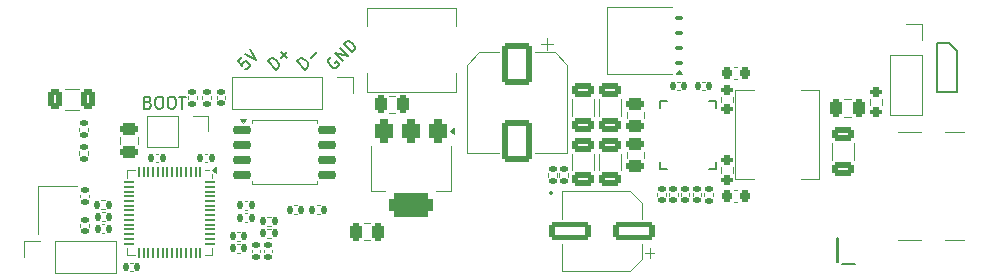
<source format=gbr>
%TF.GenerationSoftware,KiCad,Pcbnew,8.0.3*%
%TF.CreationDate,2024-06-27T20:48:53-04:00*%
%TF.ProjectId,charger-module,63686172-6765-4722-9d6d-6f64756c652e,v0.0.0*%
%TF.SameCoordinates,Original*%
%TF.FileFunction,Legend,Top*%
%TF.FilePolarity,Positive*%
%FSLAX46Y46*%
G04 Gerber Fmt 4.6, Leading zero omitted, Abs format (unit mm)*
G04 Created by KiCad (PCBNEW 8.0.3) date 2024-06-27 20:48:53*
%MOMM*%
%LPD*%
G01*
G04 APERTURE LIST*
G04 Aperture macros list*
%AMRoundRect*
0 Rectangle with rounded corners*
0 $1 Rounding radius*
0 $2 $3 $4 $5 $6 $7 $8 $9 X,Y pos of 4 corners*
0 Add a 4 corners polygon primitive as box body*
4,1,4,$2,$3,$4,$5,$6,$7,$8,$9,$2,$3,0*
0 Add four circle primitives for the rounded corners*
1,1,$1+$1,$2,$3*
1,1,$1+$1,$4,$5*
1,1,$1+$1,$6,$7*
1,1,$1+$1,$8,$9*
0 Add four rect primitives between the rounded corners*
20,1,$1+$1,$2,$3,$4,$5,0*
20,1,$1+$1,$4,$5,$6,$7,0*
20,1,$1+$1,$6,$7,$8,$9,0*
20,1,$1+$1,$8,$9,$2,$3,0*%
%AMFreePoly0*
4,1,5,0.450000,-0.150000,-0.450000,-0.150000,-0.450000,0.150000,0.450000,0.150000,0.450000,-0.150000,0.450000,-0.150000,$1*%
%AMFreePoly1*
4,1,5,0.150000,-0.475000,-0.150000,-0.475000,-0.150000,0.475000,0.150000,0.475000,0.150000,-0.475000,0.150000,-0.475000,$1*%
G04 Aperture macros list end*
%ADD10C,0.150000*%
%ADD11C,0.120000*%
%ADD12C,0.200000*%
%ADD13RoundRect,0.140000X-0.140000X-0.170000X0.140000X-0.170000X0.140000X0.170000X-0.140000X0.170000X0*%
%ADD14C,0.650000*%
%ADD15R,1.150000X0.300000*%
%ADD16O,2.100000X1.000000*%
%ADD17O,1.600000X1.000000*%
%ADD18RoundRect,0.200000X0.275000X-0.200000X0.275000X0.200000X-0.275000X0.200000X-0.275000X-0.200000X0*%
%ADD19RoundRect,0.250000X-0.650000X0.325000X-0.650000X-0.325000X0.650000X-0.325000X0.650000X0.325000X0*%
%ADD20RoundRect,0.135000X-0.185000X0.135000X-0.185000X-0.135000X0.185000X-0.135000X0.185000X0.135000X0*%
%ADD21RoundRect,0.140000X0.140000X0.170000X-0.140000X0.170000X-0.140000X-0.170000X0.140000X-0.170000X0*%
%ADD22R,3.500000X2.350000*%
%ADD23RoundRect,0.135000X0.185000X-0.135000X0.185000X0.135000X-0.185000X0.135000X-0.185000X-0.135000X0*%
%ADD24RoundRect,0.250000X-0.475000X0.250000X-0.475000X-0.250000X0.475000X-0.250000X0.475000X0.250000X0*%
%ADD25RoundRect,0.140000X-0.170000X0.140000X-0.170000X-0.140000X0.170000X-0.140000X0.170000X0.140000X0*%
%ADD26RoundRect,0.250000X1.500000X0.550000X-1.500000X0.550000X-1.500000X-0.550000X1.500000X-0.550000X0*%
%ADD27RoundRect,0.140000X0.170000X-0.140000X0.170000X0.140000X-0.170000X0.140000X-0.170000X-0.140000X0*%
%ADD28RoundRect,0.375000X-0.375000X0.625000X-0.375000X-0.625000X0.375000X-0.625000X0.375000X0.625000X0*%
%ADD29RoundRect,0.500000X-1.400000X0.500000X-1.400000X-0.500000X1.400000X-0.500000X1.400000X0.500000X0*%
%ADD30R,1.700000X1.700000*%
%ADD31O,1.700000X1.700000*%
%ADD32RoundRect,0.250000X-0.250000X-0.475000X0.250000X-0.475000X0.250000X0.475000X-0.250000X0.475000X0*%
%ADD33RoundRect,0.250000X0.475000X-0.250000X0.475000X0.250000X-0.475000X0.250000X-0.475000X-0.250000X0*%
%ADD34RoundRect,0.250000X0.250000X0.475000X-0.250000X0.475000X-0.250000X-0.475000X0.250000X-0.475000X0*%
%ADD35R,4.300000X0.700000*%
%ADD36R,3.200000X0.700000*%
%ADD37RoundRect,0.250000X0.650000X-0.325000X0.650000X0.325000X-0.650000X0.325000X-0.650000X-0.325000X0*%
%ADD38R,2.100000X0.300000*%
%ADD39R,2.100000X0.400000*%
%ADD40FreePoly0,0.000000*%
%ADD41FreePoly1,0.000000*%
%ADD42R,0.250000X0.950000*%
%ADD43R,1.300000X0.300000*%
%ADD44RoundRect,0.250000X0.375000X0.625000X-0.375000X0.625000X-0.375000X-0.625000X0.375000X-0.625000X0*%
%ADD45RoundRect,0.250000X-1.000000X1.500000X-1.000000X-1.500000X1.000000X-1.500000X1.000000X1.500000X0*%
%ADD46RoundRect,0.050000X-0.050000X0.387500X-0.050000X-0.387500X0.050000X-0.387500X0.050000X0.387500X0*%
%ADD47RoundRect,0.050000X-0.387500X0.050000X-0.387500X-0.050000X0.387500X-0.050000X0.387500X0.050000X0*%
%ADD48R,3.200000X3.200000*%
%ADD49R,1.200000X1.400000*%
%ADD50RoundRect,0.102500X0.257500X0.102500X-0.257500X0.102500X-0.257500X-0.102500X0.257500X-0.102500X0*%
%ADD51R,0.510000X0.585000*%
%ADD52R,3.990000X3.960000*%
%ADD53R,0.410000X0.470000*%
%ADD54RoundRect,0.135000X-0.135000X-0.185000X0.135000X-0.185000X0.135000X0.185000X-0.135000X0.185000X0*%
%ADD55R,0.800000X0.750000*%
%ADD56R,0.800000X0.600000*%
%ADD57R,0.800000X0.400000*%
%ADD58R,0.800000X0.800000*%
%ADD59RoundRect,0.225000X0.225000X0.250000X-0.225000X0.250000X-0.225000X-0.250000X0.225000X-0.250000X0*%
%ADD60C,6.000000*%
%ADD61RoundRect,0.135000X0.135000X0.185000X-0.135000X0.185000X-0.135000X-0.185000X0.135000X-0.185000X0*%
%ADD62R,5.100000X3.500000*%
%ADD63RoundRect,0.150000X-0.650000X-0.150000X0.650000X-0.150000X0.650000X0.150000X-0.650000X0.150000X0*%
%ADD64RoundRect,0.225000X-0.225000X-0.250000X0.225000X-0.250000X0.225000X0.250000X-0.225000X0.250000X0*%
%ADD65R,1.050000X0.400000*%
%ADD66R,2.350000X3.500000*%
G04 APERTURE END LIST*
D10*
X19820112Y-9946009D02*
X19962969Y-9993628D01*
X19962969Y-9993628D02*
X20010588Y-10041247D01*
X20010588Y-10041247D02*
X20058207Y-10136485D01*
X20058207Y-10136485D02*
X20058207Y-10279342D01*
X20058207Y-10279342D02*
X20010588Y-10374580D01*
X20010588Y-10374580D02*
X19962969Y-10422200D01*
X19962969Y-10422200D02*
X19867731Y-10469819D01*
X19867731Y-10469819D02*
X19486779Y-10469819D01*
X19486779Y-10469819D02*
X19486779Y-9469819D01*
X19486779Y-9469819D02*
X19820112Y-9469819D01*
X19820112Y-9469819D02*
X19915350Y-9517438D01*
X19915350Y-9517438D02*
X19962969Y-9565057D01*
X19962969Y-9565057D02*
X20010588Y-9660295D01*
X20010588Y-9660295D02*
X20010588Y-9755533D01*
X20010588Y-9755533D02*
X19962969Y-9850771D01*
X19962969Y-9850771D02*
X19915350Y-9898390D01*
X19915350Y-9898390D02*
X19820112Y-9946009D01*
X19820112Y-9946009D02*
X19486779Y-9946009D01*
X20677255Y-9469819D02*
X20867731Y-9469819D01*
X20867731Y-9469819D02*
X20962969Y-9517438D01*
X20962969Y-9517438D02*
X21058207Y-9612676D01*
X21058207Y-9612676D02*
X21105826Y-9803152D01*
X21105826Y-9803152D02*
X21105826Y-10136485D01*
X21105826Y-10136485D02*
X21058207Y-10326961D01*
X21058207Y-10326961D02*
X20962969Y-10422200D01*
X20962969Y-10422200D02*
X20867731Y-10469819D01*
X20867731Y-10469819D02*
X20677255Y-10469819D01*
X20677255Y-10469819D02*
X20582017Y-10422200D01*
X20582017Y-10422200D02*
X20486779Y-10326961D01*
X20486779Y-10326961D02*
X20439160Y-10136485D01*
X20439160Y-10136485D02*
X20439160Y-9803152D01*
X20439160Y-9803152D02*
X20486779Y-9612676D01*
X20486779Y-9612676D02*
X20582017Y-9517438D01*
X20582017Y-9517438D02*
X20677255Y-9469819D01*
X21724874Y-9469819D02*
X21915350Y-9469819D01*
X21915350Y-9469819D02*
X22010588Y-9517438D01*
X22010588Y-9517438D02*
X22105826Y-9612676D01*
X22105826Y-9612676D02*
X22153445Y-9803152D01*
X22153445Y-9803152D02*
X22153445Y-10136485D01*
X22153445Y-10136485D02*
X22105826Y-10326961D01*
X22105826Y-10326961D02*
X22010588Y-10422200D01*
X22010588Y-10422200D02*
X21915350Y-10469819D01*
X21915350Y-10469819D02*
X21724874Y-10469819D01*
X21724874Y-10469819D02*
X21629636Y-10422200D01*
X21629636Y-10422200D02*
X21534398Y-10326961D01*
X21534398Y-10326961D02*
X21486779Y-10136485D01*
X21486779Y-10136485D02*
X21486779Y-9803152D01*
X21486779Y-9803152D02*
X21534398Y-9612676D01*
X21534398Y-9612676D02*
X21629636Y-9517438D01*
X21629636Y-9517438D02*
X21724874Y-9469819D01*
X22439160Y-9469819D02*
X23010588Y-9469819D01*
X22724874Y-10469819D02*
X22724874Y-9469819D01*
X35343041Y-6125984D02*
X35242026Y-6159656D01*
X35242026Y-6159656D02*
X35141010Y-6260671D01*
X35141010Y-6260671D02*
X35073667Y-6395358D01*
X35073667Y-6395358D02*
X35073667Y-6530046D01*
X35073667Y-6530046D02*
X35107339Y-6631061D01*
X35107339Y-6631061D02*
X35208354Y-6799420D01*
X35208354Y-6799420D02*
X35309369Y-6900435D01*
X35309369Y-6900435D02*
X35477728Y-7001450D01*
X35477728Y-7001450D02*
X35578743Y-7035122D01*
X35578743Y-7035122D02*
X35713430Y-7035122D01*
X35713430Y-7035122D02*
X35848117Y-6967778D01*
X35848117Y-6967778D02*
X35915461Y-6900435D01*
X35915461Y-6900435D02*
X35982804Y-6765748D01*
X35982804Y-6765748D02*
X35982804Y-6698404D01*
X35982804Y-6698404D02*
X35747102Y-6462702D01*
X35747102Y-6462702D02*
X35612415Y-6597389D01*
X36353193Y-6462702D02*
X35646087Y-5755595D01*
X35646087Y-5755595D02*
X36757254Y-6058641D01*
X36757254Y-6058641D02*
X36050148Y-5351534D01*
X37093972Y-5721924D02*
X36386865Y-5014817D01*
X36386865Y-5014817D02*
X36555224Y-4846458D01*
X36555224Y-4846458D02*
X36689911Y-4779114D01*
X36689911Y-4779114D02*
X36824598Y-4779114D01*
X36824598Y-4779114D02*
X36925613Y-4812786D01*
X36925613Y-4812786D02*
X37093972Y-4913801D01*
X37093972Y-4913801D02*
X37194987Y-5014817D01*
X37194987Y-5014817D02*
X37296002Y-5183175D01*
X37296002Y-5183175D02*
X37329674Y-5284191D01*
X37329674Y-5284191D02*
X37329674Y-5418878D01*
X37329674Y-5418878D02*
X37262331Y-5553565D01*
X37262331Y-5553565D02*
X37093972Y-5721924D01*
X30646087Y-7169809D02*
X29938980Y-6462702D01*
X29938980Y-6462702D02*
X30107339Y-6294343D01*
X30107339Y-6294343D02*
X30242026Y-6227000D01*
X30242026Y-6227000D02*
X30376713Y-6227000D01*
X30376713Y-6227000D02*
X30477728Y-6260671D01*
X30477728Y-6260671D02*
X30646087Y-6361687D01*
X30646087Y-6361687D02*
X30747102Y-6462702D01*
X30747102Y-6462702D02*
X30848117Y-6631061D01*
X30848117Y-6631061D02*
X30881789Y-6732076D01*
X30881789Y-6732076D02*
X30881789Y-6866763D01*
X30881789Y-6866763D02*
X30814445Y-7001450D01*
X30814445Y-7001450D02*
X30646087Y-7169809D01*
X31083819Y-6193328D02*
X31622567Y-5654580D01*
X31622567Y-6193328D02*
X31083819Y-5654580D01*
X27775697Y-6125984D02*
X27438980Y-6462702D01*
X27438980Y-6462702D02*
X27742026Y-6833091D01*
X27742026Y-6833091D02*
X27742026Y-6765748D01*
X27742026Y-6765748D02*
X27775697Y-6664733D01*
X27775697Y-6664733D02*
X27944056Y-6496374D01*
X27944056Y-6496374D02*
X28045071Y-6462702D01*
X28045071Y-6462702D02*
X28112415Y-6462702D01*
X28112415Y-6462702D02*
X28213430Y-6496374D01*
X28213430Y-6496374D02*
X28381789Y-6664733D01*
X28381789Y-6664733D02*
X28415461Y-6765748D01*
X28415461Y-6765748D02*
X28415461Y-6833091D01*
X28415461Y-6833091D02*
X28381789Y-6934107D01*
X28381789Y-6934107D02*
X28213430Y-7102465D01*
X28213430Y-7102465D02*
X28112415Y-7136137D01*
X28112415Y-7136137D02*
X28045071Y-7136137D01*
X28011400Y-5890282D02*
X28954209Y-6361687D01*
X28954209Y-6361687D02*
X28482804Y-5418878D01*
X33146087Y-7169809D02*
X32438980Y-6462702D01*
X32438980Y-6462702D02*
X32607339Y-6294343D01*
X32607339Y-6294343D02*
X32742026Y-6227000D01*
X32742026Y-6227000D02*
X32876713Y-6227000D01*
X32876713Y-6227000D02*
X32977728Y-6260671D01*
X32977728Y-6260671D02*
X33146087Y-6361687D01*
X33146087Y-6361687D02*
X33247102Y-6462702D01*
X33247102Y-6462702D02*
X33348117Y-6631061D01*
X33348117Y-6631061D02*
X33381789Y-6732076D01*
X33381789Y-6732076D02*
X33381789Y-6866763D01*
X33381789Y-6866763D02*
X33314445Y-7001450D01*
X33314445Y-7001450D02*
X33146087Y-7169809D01*
X33583819Y-6193328D02*
X34122567Y-5654580D01*
D11*
%TO.C,C1*%
X66752164Y-8180000D02*
X66967836Y-8180000D01*
X66752164Y-8900000D02*
X66967836Y-8900000D01*
%TO.C,J3*%
X83350000Y-21580000D02*
X85270000Y-21580000D01*
X85270000Y-12420000D02*
X83350000Y-12420000D01*
X87280000Y-12420000D02*
X88875000Y-12420000D01*
X88875000Y-21580000D02*
X87280000Y-21580000D01*
%TO.C,R7*%
X80947500Y-10167258D02*
X80947500Y-9692742D01*
X81992500Y-10167258D02*
X81992500Y-9692742D01*
%TO.C,C5*%
X55730000Y-9688748D02*
X55730000Y-11111252D01*
X57550000Y-9688748D02*
X57550000Y-11111252D01*
%TO.C,R8*%
X23200000Y-9386359D02*
X23200000Y-9693641D01*
X23960000Y-9386359D02*
X23960000Y-9693641D01*
%TO.C,C34*%
X16137836Y-19250000D02*
X15922164Y-19250000D01*
X16137836Y-19970000D02*
X15922164Y-19970000D01*
%TO.C,L2*%
X69550000Y-8930000D02*
X69550000Y-16450000D01*
X69550000Y-8930000D02*
X71100000Y-8930000D01*
X69550000Y-16450000D02*
X71100000Y-16450000D01*
X76670000Y-8930000D02*
X75120000Y-8930000D01*
X76670000Y-8930000D02*
X76670000Y-16450000D01*
X76670000Y-16450000D02*
X75120000Y-16450000D01*
%TO.C,R16*%
X53700000Y-16233641D02*
X53700000Y-15926359D01*
X54460000Y-16233641D02*
X54460000Y-15926359D01*
%TO.C,C6*%
X60335000Y-10738748D02*
X60335000Y-11261252D01*
X61805000Y-10738748D02*
X61805000Y-11261252D01*
%TO.C,C22*%
X14090000Y-20242164D02*
X14090000Y-20457836D01*
X14810000Y-20242164D02*
X14810000Y-20457836D01*
%TO.C,C18*%
X65940000Y-17642164D02*
X65940000Y-17857836D01*
X66660000Y-17642164D02*
X66660000Y-17857836D01*
%TO.C,R1*%
X66920000Y-17596359D02*
X66920000Y-17903641D01*
X67680000Y-17596359D02*
X67680000Y-17903641D01*
%TO.C,C15*%
X54840000Y-17440000D02*
X54840000Y-19790000D01*
X54840000Y-24260000D02*
X54840000Y-21910000D01*
X60595563Y-17440000D02*
X54840000Y-17440000D01*
X60595563Y-24260000D02*
X54840000Y-24260000D01*
X61660000Y-18504437D02*
X60595563Y-17440000D01*
X61660000Y-18504437D02*
X61660000Y-19790000D01*
X61660000Y-23195563D02*
X60595563Y-24260000D01*
X61660000Y-23195563D02*
X61660000Y-21910000D01*
X62293750Y-23091250D02*
X62293750Y-22303750D01*
X62687500Y-22697500D02*
X61900000Y-22697500D01*
%TO.C,C36*%
X29615000Y-22632836D02*
X29615000Y-22417164D01*
X30335000Y-22632836D02*
X30335000Y-22417164D01*
%TO.C,U2*%
X38660000Y-13660000D02*
X38660000Y-17420000D01*
X38660000Y-17420000D02*
X39920000Y-17420000D01*
X45480000Y-13660000D02*
X45480000Y-17420000D01*
X45480000Y-17420000D02*
X44220000Y-17420000D01*
X45710000Y-12620000D02*
X45380000Y-12380000D01*
X45710000Y-12140000D01*
X45710000Y-12620000D01*
G36*
X45710000Y-12620000D02*
G01*
X45380000Y-12380000D01*
X45710000Y-12140000D01*
X45710000Y-12620000D01*
G37*
%TO.C,R3*%
X68307500Y-9947258D02*
X68307500Y-9472742D01*
X69352500Y-9947258D02*
X69352500Y-9472742D01*
%TO.C,C30*%
X27362164Y-21940000D02*
X27577836Y-21940000D01*
X27362164Y-22660000D02*
X27577836Y-22660000D01*
%TO.C,C26*%
X28017164Y-18315000D02*
X28232836Y-18315000D01*
X28017164Y-19035000D02*
X28232836Y-19035000D01*
%TO.C,C29*%
X28017164Y-19340000D02*
X28232836Y-19340000D01*
X28017164Y-20060000D02*
X28232836Y-20060000D01*
%TO.C,J6*%
X9340000Y-21700000D02*
X10670000Y-21700000D01*
X9340000Y-23030000D02*
X9340000Y-21700000D01*
X11940000Y-21700000D02*
X17080000Y-21700000D01*
X11940000Y-24360000D02*
X11940000Y-21700000D01*
X11940000Y-24360000D02*
X17080000Y-24360000D01*
X17080000Y-24360000D02*
X17080000Y-21700000D01*
%TO.C,C27*%
X16132836Y-20270000D02*
X15917164Y-20270000D01*
X16132836Y-20990000D02*
X15917164Y-20990000D01*
%TO.C,C23*%
X40208748Y-9375000D02*
X40731252Y-9375000D01*
X40208748Y-10845000D02*
X40731252Y-10845000D01*
%TO.C,R15*%
X54640000Y-16233641D02*
X54640000Y-15926359D01*
X55400000Y-16233641D02*
X55400000Y-15926359D01*
%TO.C,R13*%
X14000000Y-12086359D02*
X14000000Y-12393641D01*
X14760000Y-12086359D02*
X14760000Y-12393641D01*
%TO.C,C31*%
X24617164Y-14315000D02*
X24832836Y-14315000D01*
X24617164Y-15035000D02*
X24832836Y-15035000D01*
%TO.C,C13*%
X60335000Y-14661252D02*
X60335000Y-14138748D01*
X61805000Y-14661252D02*
X61805000Y-14138748D01*
%TO.C,C20*%
X79301252Y-9685000D02*
X78778748Y-9685000D01*
X79301252Y-11155000D02*
X78778748Y-11155000D01*
%TO.C,J2*%
X82670000Y-5910000D02*
X82670000Y-11050000D01*
X82670000Y-5910000D02*
X85330000Y-5910000D01*
X82670000Y-11050000D02*
X85330000Y-11050000D01*
X84000000Y-3310000D02*
X85330000Y-3310000D01*
X85330000Y-3310000D02*
X85330000Y-4640000D01*
X85330000Y-5910000D02*
X85330000Y-11050000D01*
%TO.C,C14*%
X77740000Y-13378748D02*
X77740000Y-14801252D01*
X79560000Y-13378748D02*
X79560000Y-14801252D01*
%TO.C,C16*%
X64940000Y-17642164D02*
X64940000Y-17857836D01*
X65660000Y-17642164D02*
X65660000Y-17857836D01*
%TO.C,C10*%
X55730000Y-15711252D02*
X55730000Y-14288748D01*
X57550000Y-15711252D02*
X57550000Y-14288748D01*
D10*
%TO.C,U1*%
X63150000Y-9810000D02*
X63150000Y-10410000D01*
X63150000Y-9810000D02*
X63750000Y-9810000D01*
X63150000Y-15560000D02*
X63150000Y-14960000D01*
X63150000Y-15560000D02*
X63750000Y-15560000D01*
X67950000Y-9810000D02*
X67350000Y-9810000D01*
X67950000Y-9810000D02*
X67950000Y-10410000D01*
X67950000Y-15560000D02*
X67350000Y-15560000D01*
X67950000Y-15560000D02*
X67950000Y-14960000D01*
D11*
%TO.C,F1*%
X13972064Y-8790000D02*
X12767936Y-8790000D01*
X13972064Y-10610000D02*
X12767936Y-10610000D01*
%TO.C,C17*%
X63940000Y-17642164D02*
X63940000Y-17857836D01*
X64660000Y-17642164D02*
X64660000Y-17857836D01*
%TO.C,C12*%
X58030000Y-15711252D02*
X58030000Y-14288748D01*
X59850000Y-15711252D02*
X59850000Y-14288748D01*
%TO.C,C37*%
X17465000Y-13436252D02*
X17465000Y-12913748D01*
X18935000Y-13436252D02*
X18935000Y-12913748D01*
%TO.C,C19*%
X62940000Y-17642164D02*
X62940000Y-17857836D01*
X63660000Y-17642164D02*
X63660000Y-17857836D01*
%TO.C,C2*%
X64847836Y-8180000D02*
X64632164Y-8180000D01*
X64847836Y-8900000D02*
X64632164Y-8900000D01*
%TO.C,C3*%
X46810000Y-6784437D02*
X46810000Y-14240000D01*
X46810000Y-14240000D02*
X49560000Y-14240000D01*
X47874437Y-5720000D02*
X46810000Y-6784437D01*
X47874437Y-5720000D02*
X49560000Y-5720000D01*
X53580000Y-4480000D02*
X53580000Y-5480000D01*
X54080000Y-4980000D02*
X53080000Y-4980000D01*
X54265563Y-5720000D02*
X52580000Y-5720000D01*
X54265563Y-5720000D02*
X55330000Y-6784437D01*
X55330000Y-6784437D02*
X55330000Y-14240000D01*
X55330000Y-14240000D02*
X52580000Y-14240000D01*
%TO.C,U4*%
X18040000Y-15690000D02*
X18690000Y-15690000D01*
X18040000Y-16340000D02*
X18040000Y-15690000D01*
X18040000Y-22260000D02*
X18040000Y-22910000D01*
X18040000Y-22910000D02*
X18690000Y-22910000D01*
X24610000Y-15690000D02*
X25020000Y-15690000D01*
X25260000Y-16340000D02*
X25260000Y-15990000D01*
X25260000Y-22260000D02*
X25260000Y-22910000D01*
X25260000Y-22910000D02*
X24610000Y-22910000D01*
X25590000Y-15930000D02*
X25260000Y-15690000D01*
X25590000Y-15450000D01*
X25590000Y-15930000D01*
G36*
X25590000Y-15930000D02*
G01*
X25260000Y-15690000D01*
X25590000Y-15450000D01*
X25590000Y-15930000D01*
G37*
%TO.C,Y1*%
X10500000Y-17050000D02*
X10500000Y-21050000D01*
X13800000Y-17050000D02*
X10500000Y-17050000D01*
%TO.C,C24*%
X38611252Y-20165000D02*
X38088748Y-20165000D01*
X38611252Y-21635000D02*
X38088748Y-21635000D01*
%TO.C,R9*%
X24400000Y-9386359D02*
X24400000Y-9693641D01*
X25160000Y-9386359D02*
X25160000Y-9693641D01*
%TO.C,Q1*%
X58685000Y-7515000D02*
X58685000Y-1865000D01*
X64220000Y-1865000D02*
X58685000Y-1865000D01*
X64220000Y-7515000D02*
X58685000Y-7515000D01*
X65010000Y-7520000D02*
X64530000Y-7520000D01*
X64770000Y-7190000D01*
X65010000Y-7520000D01*
G36*
X65010000Y-7520000D02*
G01*
X64530000Y-7520000D01*
X64770000Y-7190000D01*
X65010000Y-7520000D01*
G37*
%TO.C,R4*%
X34096359Y-18645000D02*
X34403641Y-18645000D01*
X34096359Y-19405000D02*
X34403641Y-19405000D01*
%TO.C,R6*%
X68307500Y-15897258D02*
X68307500Y-15422742D01*
X69352500Y-15897258D02*
X69352500Y-15422742D01*
D10*
%TO.C,D2*%
X86650000Y-4900000D02*
X87650000Y-4900000D01*
X86650000Y-9100000D02*
X86650000Y-4900000D01*
X88350000Y-5600000D02*
X87650000Y-4900000D01*
X88350000Y-5600000D02*
X88350000Y-9100000D01*
X88350000Y-9100000D02*
X86650000Y-9100000D01*
D11*
%TO.C,C11*%
X69720580Y-17360000D02*
X69439420Y-17360000D01*
X69720580Y-18380000D02*
X69439420Y-18380000D01*
%TO.C,C4*%
X58030000Y-9688748D02*
X58030000Y-11111252D01*
X59850000Y-9688748D02*
X59850000Y-11111252D01*
%TO.C,C32*%
X18547836Y-23540000D02*
X18332164Y-23540000D01*
X18547836Y-24260000D02*
X18332164Y-24260000D01*
%TO.C,J4*%
X19730000Y-11070000D02*
X19730000Y-13730000D01*
X22330000Y-11070000D02*
X19730000Y-11070000D01*
X22330000Y-11070000D02*
X22330000Y-13730000D01*
X22330000Y-13730000D02*
X19730000Y-13730000D01*
X23600000Y-11070000D02*
X24930000Y-11070000D01*
X24930000Y-11070000D02*
X24930000Y-12400000D01*
%TO.C,R12*%
X30228641Y-20645000D02*
X29921359Y-20645000D01*
X30228641Y-21405000D02*
X29921359Y-21405000D01*
%TO.C,C28*%
X27362164Y-20940000D02*
X27577836Y-20940000D01*
X27362164Y-21660000D02*
X27577836Y-21660000D01*
D12*
%TO.C,R2*%
X54069930Y-17625000D02*
G75*
G02*
X53838070Y-17625000I-115930J0D01*
G01*
X53838070Y-17625000D02*
G75*
G02*
X54069930Y-17625000I115930J0D01*
G01*
D11*
%TO.C,C35*%
X28590000Y-22632836D02*
X28590000Y-22417164D01*
X29310000Y-22632836D02*
X29310000Y-22417164D01*
%TO.C,J5*%
X26900000Y-7840000D02*
X26900000Y-10500000D01*
X34580000Y-7840000D02*
X26900000Y-7840000D01*
X34580000Y-7840000D02*
X34580000Y-10500000D01*
X34580000Y-10500000D02*
X26900000Y-10500000D01*
X35850000Y-7840000D02*
X37180000Y-7840000D01*
X37180000Y-7840000D02*
X37180000Y-9170000D01*
%TO.C,U3*%
X28650000Y-11450000D02*
X28650000Y-11710000D01*
X28650000Y-16900000D02*
X28650000Y-16640000D01*
X31375000Y-11450000D02*
X28650000Y-11450000D01*
X31375000Y-11450000D02*
X34100000Y-11450000D01*
X31375000Y-16900000D02*
X28650000Y-16900000D01*
X31375000Y-16900000D02*
X34100000Y-16900000D01*
X34100000Y-11450000D02*
X34100000Y-11710000D01*
X34100000Y-16900000D02*
X34100000Y-16640000D01*
X27867500Y-11710000D02*
X27627500Y-11380000D01*
X28107500Y-11380000D01*
X27867500Y-11710000D01*
G36*
X27867500Y-11710000D02*
G01*
X27627500Y-11380000D01*
X28107500Y-11380000D01*
X27867500Y-11710000D01*
G37*
%TO.C,R11*%
X30228641Y-19620000D02*
X29921359Y-19620000D01*
X30228641Y-20380000D02*
X29921359Y-20380000D01*
%TO.C,R14*%
X14000000Y-14056359D02*
X14000000Y-14363641D01*
X14760000Y-14056359D02*
X14760000Y-14363641D01*
%TO.C,C25*%
X25620000Y-9647836D02*
X25620000Y-9432164D01*
X26340000Y-9647836D02*
X26340000Y-9432164D01*
%TO.C,C7*%
X69439420Y-6990000D02*
X69720580Y-6990000D01*
X69439420Y-8010000D02*
X69720580Y-8010000D01*
%TO.C,C8*%
X32192164Y-18665000D02*
X32407836Y-18665000D01*
X32192164Y-19385000D02*
X32407836Y-19385000D01*
D12*
%TO.C,D1*%
X78115000Y-21440000D02*
X78265000Y-21440000D01*
X78115000Y-23440000D02*
X78115000Y-21440000D01*
X78265000Y-21440000D02*
X78265000Y-23440000D01*
X78265000Y-23440000D02*
X78115000Y-23440000D01*
X79665000Y-23640000D02*
X78615000Y-23640000D01*
D11*
%TO.C,L1*%
X38390000Y-1920000D02*
X38390000Y-3470000D01*
X38390000Y-1920000D02*
X45910000Y-1920000D01*
X38390000Y-9040000D02*
X38390000Y-7490000D01*
X38390000Y-9040000D02*
X45910000Y-9040000D01*
X45910000Y-1920000D02*
X45910000Y-3470000D01*
X45910000Y-9040000D02*
X45910000Y-7490000D01*
%TO.C,R10*%
X16183641Y-18220000D02*
X15876359Y-18220000D01*
X16183641Y-18980000D02*
X15876359Y-18980000D01*
%TO.C,C33*%
X20462164Y-14315000D02*
X20677836Y-14315000D01*
X20462164Y-15035000D02*
X20677836Y-15035000D01*
%TO.C,C21*%
X14090000Y-17982836D02*
X14090000Y-17767164D01*
X14810000Y-17982836D02*
X14810000Y-17767164D01*
%TD*%
%LPC*%
D13*
%TO.C,C1*%
X66380000Y-8540000D03*
X67340000Y-8540000D03*
%TD*%
D14*
%TO.C,J3*%
X82595000Y-19890000D03*
X82595000Y-14110000D03*
D15*
X81530000Y-20350000D03*
X81530000Y-19550000D03*
X81530000Y-18250000D03*
X81530000Y-17250000D03*
X81530000Y-16750000D03*
X81530000Y-15750000D03*
X81530000Y-14450000D03*
X81530000Y-13650000D03*
X81530000Y-13950000D03*
X81530000Y-14750000D03*
X81530000Y-15250000D03*
X81530000Y-16250000D03*
X81530000Y-17750000D03*
X81530000Y-18750000D03*
X81530000Y-19250000D03*
X81530000Y-20050000D03*
D16*
X82095000Y-21320000D03*
D17*
X86275000Y-21320000D03*
D16*
X82095000Y-12680000D03*
D17*
X86275000Y-12680000D03*
%TD*%
D18*
%TO.C,R7*%
X81470000Y-10755000D03*
X81470000Y-9105000D03*
%TD*%
D19*
%TO.C,C5*%
X56640000Y-8925000D03*
X56640000Y-11875000D03*
%TD*%
D20*
%TO.C,R8*%
X23580000Y-9030000D03*
X23580000Y-10050000D03*
%TD*%
D21*
%TO.C,C34*%
X16510000Y-19610000D03*
X15550000Y-19610000D03*
%TD*%
D22*
%TO.C,L2*%
X73110000Y-9665000D03*
X73110000Y-15715000D03*
%TD*%
D23*
%TO.C,R16*%
X54080000Y-16590000D03*
X54080000Y-15570000D03*
%TD*%
D24*
%TO.C,C6*%
X61070000Y-10050000D03*
X61070000Y-11950000D03*
%TD*%
D25*
%TO.C,C22*%
X14450000Y-19870000D03*
X14450000Y-20830000D03*
%TD*%
%TO.C,C18*%
X66300000Y-17270000D03*
X66300000Y-18230000D03*
%TD*%
D20*
%TO.C,R1*%
X67300000Y-17240000D03*
X67300000Y-18260000D03*
%TD*%
D26*
%TO.C,C15*%
X60950000Y-20850000D03*
X55550000Y-20850000D03*
%TD*%
D27*
%TO.C,C36*%
X29975000Y-23005000D03*
X29975000Y-22045000D03*
%TD*%
D28*
%TO.C,U2*%
X44370000Y-12360000D03*
X42070000Y-12360000D03*
D29*
X42070000Y-18660000D03*
D28*
X39770000Y-12360000D03*
%TD*%
D18*
%TO.C,R3*%
X68830000Y-10535000D03*
X68830000Y-8885000D03*
%TD*%
D13*
%TO.C,C30*%
X26990000Y-22300000D03*
X27950000Y-22300000D03*
%TD*%
%TO.C,C26*%
X27645000Y-18675000D03*
X28605000Y-18675000D03*
%TD*%
%TO.C,C29*%
X27645000Y-19700000D03*
X28605000Y-19700000D03*
%TD*%
D30*
%TO.C,J6*%
X10670000Y-23030000D03*
D31*
X13210000Y-23030000D03*
X15750000Y-23030000D03*
%TD*%
D21*
%TO.C,C27*%
X16505000Y-20630000D03*
X15545000Y-20630000D03*
%TD*%
D32*
%TO.C,C23*%
X39520000Y-10110000D03*
X41420000Y-10110000D03*
%TD*%
D23*
%TO.C,R15*%
X55020000Y-16590000D03*
X55020000Y-15570000D03*
%TD*%
D20*
%TO.C,R13*%
X14380000Y-11730000D03*
X14380000Y-12750000D03*
%TD*%
D13*
%TO.C,C31*%
X24245000Y-14675000D03*
X25205000Y-14675000D03*
%TD*%
D33*
%TO.C,C13*%
X61070000Y-15350000D03*
X61070000Y-13450000D03*
%TD*%
D34*
%TO.C,C20*%
X79990000Y-10420000D03*
X78090000Y-10420000D03*
%TD*%
D30*
%TO.C,J2*%
X84000000Y-4640000D03*
D31*
X84000000Y-7180000D03*
X84000000Y-9720000D03*
%TD*%
D35*
%TO.C,J1*%
X4050000Y-5650000D03*
X4050000Y-6650000D03*
X4050000Y-7650000D03*
X4050000Y-8650000D03*
X4050000Y-9650000D03*
X4050000Y-10650000D03*
X4050000Y-11650000D03*
X4050000Y-12650000D03*
X4050000Y-13650000D03*
X4050000Y-14650000D03*
X4050000Y-15650000D03*
X4050000Y-18650000D03*
X4050000Y-19650000D03*
X4050000Y-20650000D03*
X4050000Y-21650000D03*
X4050000Y-22650000D03*
D36*
X4600000Y-23650000D03*
D35*
X4050000Y-24650000D03*
%TD*%
D19*
%TO.C,C14*%
X78650000Y-12615000D03*
X78650000Y-15565000D03*
%TD*%
D25*
%TO.C,C16*%
X65300000Y-17270000D03*
X65300000Y-18230000D03*
%TD*%
D37*
%TO.C,C10*%
X56640000Y-16475000D03*
X56640000Y-13525000D03*
%TD*%
D38*
%TO.C,U1*%
X64300000Y-11385000D03*
D39*
X64300000Y-12685000D03*
X64300000Y-13935000D03*
D40*
X63700000Y-14685000D03*
D41*
X64000000Y-15010000D03*
D42*
X64550000Y-15010000D03*
X65050000Y-15010000D03*
X65550000Y-15010000D03*
X66050000Y-15010000D03*
X66550000Y-15010000D03*
D41*
X67100000Y-15010000D03*
D40*
X67400000Y-14685000D03*
D43*
X67200000Y-13985000D03*
D38*
X66800000Y-13385000D03*
D43*
X67200000Y-12685000D03*
D38*
X66800000Y-11985000D03*
D43*
X67200000Y-11385000D03*
D41*
X67100000Y-10360000D03*
D40*
X67400000Y-10685000D03*
D42*
X66550000Y-10360000D03*
X66050000Y-10360000D03*
X65550000Y-10360000D03*
X65050000Y-10360000D03*
X64550000Y-10360000D03*
D40*
X63700000Y-10685000D03*
D41*
X64000000Y-10360000D03*
%TD*%
D44*
%TO.C,F1*%
X14770000Y-9700000D03*
X11970000Y-9700000D03*
%TD*%
D25*
%TO.C,C17*%
X64300000Y-17270000D03*
X64300000Y-18230000D03*
%TD*%
D37*
%TO.C,C12*%
X58940000Y-16475000D03*
X58940000Y-13525000D03*
%TD*%
D33*
%TO.C,C37*%
X18200000Y-14125000D03*
X18200000Y-12225000D03*
%TD*%
D25*
%TO.C,C19*%
X63300000Y-17270000D03*
X63300000Y-18230000D03*
%TD*%
D21*
%TO.C,C2*%
X65220000Y-8540000D03*
X64260000Y-8540000D03*
%TD*%
D45*
%TO.C,C3*%
X51070000Y-6730000D03*
X51070000Y-13230000D03*
%TD*%
D46*
%TO.C,U4*%
X24250000Y-15862500D03*
X23850000Y-15862500D03*
X23450000Y-15862500D03*
X23050000Y-15862500D03*
X22650000Y-15862500D03*
X22250000Y-15862500D03*
X21850000Y-15862500D03*
X21450000Y-15862500D03*
X21050000Y-15862500D03*
X20650000Y-15862500D03*
X20250000Y-15862500D03*
X19850000Y-15862500D03*
X19450000Y-15862500D03*
X19050000Y-15862500D03*
D47*
X18212500Y-16700000D03*
X18212500Y-17100000D03*
X18212500Y-17500000D03*
X18212500Y-17900000D03*
X18212500Y-18300000D03*
X18212500Y-18700000D03*
X18212500Y-19100000D03*
X18212500Y-19500000D03*
X18212500Y-19900000D03*
X18212500Y-20300000D03*
X18212500Y-20700000D03*
X18212500Y-21100000D03*
X18212500Y-21500000D03*
X18212500Y-21900000D03*
D46*
X19050000Y-22737500D03*
X19450000Y-22737500D03*
X19850000Y-22737500D03*
X20250000Y-22737500D03*
X20650000Y-22737500D03*
X21050000Y-22737500D03*
X21450000Y-22737500D03*
X21850000Y-22737500D03*
X22250000Y-22737500D03*
X22650000Y-22737500D03*
X23050000Y-22737500D03*
X23450000Y-22737500D03*
X23850000Y-22737500D03*
X24250000Y-22737500D03*
D47*
X25087500Y-21900000D03*
X25087500Y-21500000D03*
X25087500Y-21100000D03*
X25087500Y-20700000D03*
X25087500Y-20300000D03*
X25087500Y-19900000D03*
X25087500Y-19500000D03*
X25087500Y-19100000D03*
X25087500Y-18700000D03*
X25087500Y-18300000D03*
X25087500Y-17900000D03*
X25087500Y-17500000D03*
X25087500Y-17100000D03*
X25087500Y-16700000D03*
D48*
X21650000Y-19300000D03*
%TD*%
D49*
%TO.C,Y1*%
X11300000Y-17950000D03*
X11300000Y-20150000D03*
X13000000Y-20150000D03*
X13000000Y-17950000D03*
%TD*%
D34*
%TO.C,C24*%
X39300000Y-20900000D03*
X37400000Y-20900000D03*
%TD*%
D20*
%TO.C,R9*%
X24780000Y-9030000D03*
X24780000Y-10050000D03*
%TD*%
D50*
%TO.C,Q1*%
X64735000Y-6595000D03*
X64735000Y-5325000D03*
X64735000Y-4055000D03*
X64735000Y-2785000D03*
D51*
X62020000Y-6962500D03*
X62020000Y-2417500D03*
D52*
X60940000Y-4690000D03*
D53*
X59150000Y-6905000D03*
X59150000Y-2475000D03*
%TD*%
D54*
%TO.C,R4*%
X33740000Y-19025000D03*
X34760000Y-19025000D03*
%TD*%
D18*
%TO.C,R6*%
X68830000Y-16485000D03*
X68830000Y-14835000D03*
%TD*%
D55*
%TO.C,D2*%
X87250000Y-8500000D03*
D56*
X87250000Y-7375000D03*
D57*
X87250000Y-6495000D03*
D58*
X87250000Y-5515000D03*
%TD*%
D59*
%TO.C,C11*%
X70355000Y-17870000D03*
X68805000Y-17870000D03*
%TD*%
D19*
%TO.C,C4*%
X58940000Y-8925000D03*
X58940000Y-11875000D03*
%TD*%
D21*
%TO.C,C32*%
X18920000Y-23900000D03*
X17960000Y-23900000D03*
%TD*%
D30*
%TO.C,J4*%
X23600000Y-12400000D03*
D31*
X21060000Y-12400000D03*
%TD*%
D60*
%TO.C,H1*%
X13000000Y-4000000D03*
%TD*%
D61*
%TO.C,R12*%
X30585000Y-21025000D03*
X29565000Y-21025000D03*
%TD*%
D13*
%TO.C,C28*%
X26990000Y-21300000D03*
X27950000Y-21300000D03*
%TD*%
D62*
%TO.C,R2*%
X50800000Y-17690000D03*
X50800000Y-21800000D03*
%TD*%
D27*
%TO.C,C35*%
X28950000Y-23005000D03*
X28950000Y-22045000D03*
%TD*%
D30*
%TO.C,J5*%
X35850000Y-9170000D03*
D31*
X33310000Y-9170000D03*
X30770000Y-9170000D03*
X28230000Y-9170000D03*
%TD*%
D63*
%TO.C,U3*%
X27775000Y-12270000D03*
X27775000Y-13540000D03*
X27775000Y-14810000D03*
X27775000Y-16080000D03*
X34975000Y-16080000D03*
X34975000Y-14810000D03*
X34975000Y-13540000D03*
X34975000Y-12270000D03*
%TD*%
D61*
%TO.C,R11*%
X30585000Y-20000000D03*
X29565000Y-20000000D03*
%TD*%
D20*
%TO.C,R14*%
X14380000Y-13700000D03*
X14380000Y-14720000D03*
%TD*%
D27*
%TO.C,C25*%
X25980000Y-10020000D03*
X25980000Y-9060000D03*
%TD*%
D64*
%TO.C,C7*%
X68805000Y-7500000D03*
X70355000Y-7500000D03*
%TD*%
D13*
%TO.C,C8*%
X31820000Y-19025000D03*
X32780000Y-19025000D03*
%TD*%
D65*
%TO.C,D1*%
X79140000Y-23090000D03*
X79140000Y-22440000D03*
X79140000Y-21790000D03*
X77240000Y-21790000D03*
X77240000Y-22440000D03*
X77240000Y-23090000D03*
%TD*%
D66*
%TO.C,L1*%
X39125000Y-5480000D03*
X45175000Y-5480000D03*
%TD*%
D61*
%TO.C,R10*%
X16540000Y-18600000D03*
X15520000Y-18600000D03*
%TD*%
D13*
%TO.C,C33*%
X20090000Y-14675000D03*
X21050000Y-14675000D03*
%TD*%
D27*
%TO.C,C21*%
X14450000Y-18355000D03*
X14450000Y-17395000D03*
%TD*%
%LPD*%
M02*

</source>
